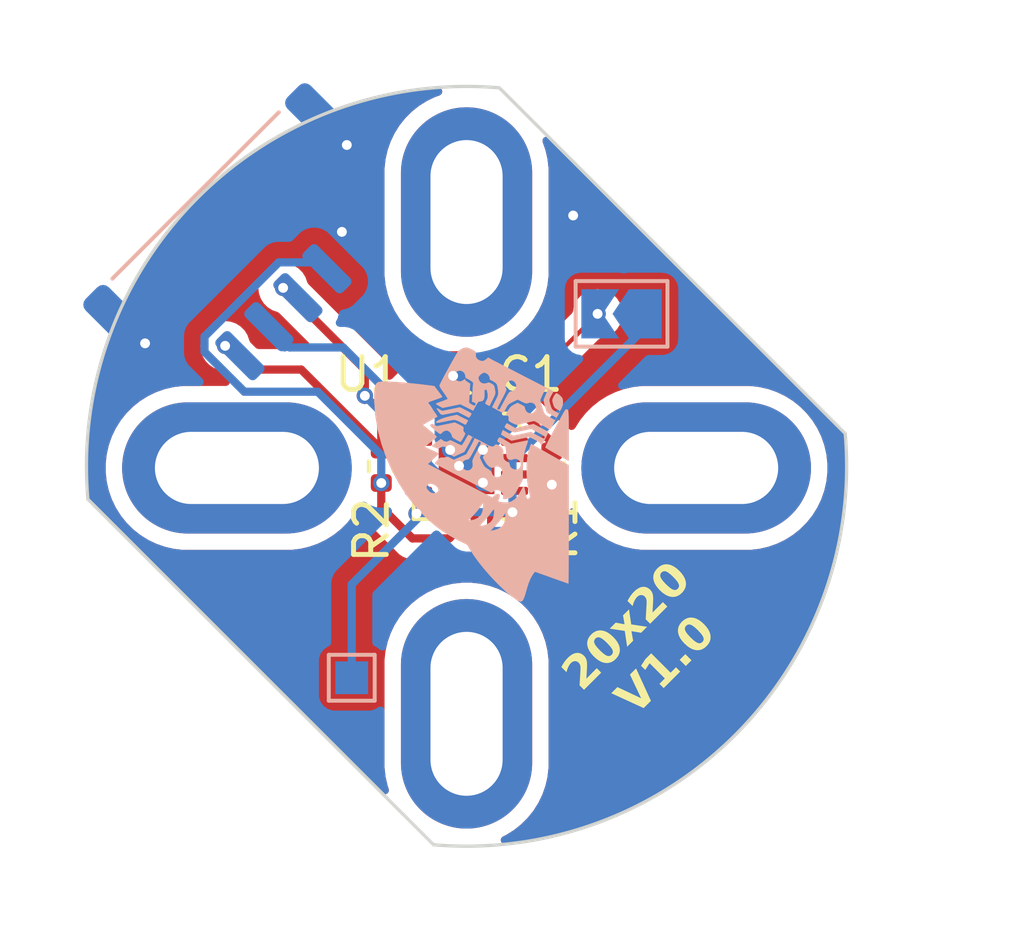
<source format=kicad_pcb>
(kicad_pcb (version 20240108) (generator "pcbnew") (generator_version "8.0")
  (layers (0 "F.Cu" signal) (31 "B.Cu" signal) (34 "B.Paste" user) (35 "F.Paste" user) (36 "B.SilkS" user "B.Silkscreen") (37 "F.SilkS" user "F.Silkscreen") (38 "B.Mask" user) (39 "F.Mask" user) (44 "Edge.Cuts" user))
  (net 0 "")
  (net 1 "/SCL{slash}CLK")
  (net 2 "GND")
  (net 3 "/SDA{slash}DO")
  (net 4 "/VDD{slash}CSN")
  (net 8 "+5V")
  (net 14 "Net-(U1-PUSH)")
  (footprint "Sharkbite:18XX-20XX Motor" (layer "F.Cu") (at 150 150.05)
    (property "Reference" "REF**" (hide yes))
    (property "Value" "18XX-20XX Motor" (hide yes))
    (pad "1" thru_hole oval (at -7 0 90) (size 4 7) (drill oval 2.2 5) (layers "*.Cu" "*.Mask"))
    (pad "1" thru_hole oval (at 0 -7.5 180) (size 4 7) (drill oval 2.2 5) (layers "*.Cu" "*.Mask"))
    (pad "1" thru_hole oval (at 0 7.5 180) (size 4 7) (drill oval 2.2 5) (layers "*.Cu" "*.Mask"))
    (pad "1" thru_hole oval (at 7 0 90) (size 4 7) (drill oval 2.2 5) (layers "*.Cu" "*.Mask"))
  )
  (footprint "Package_DFN_QFN:QFN-16-1EP_3x3mm_P0.5mm_EP1.7x1.7mm" (layer "F.Cu") (at 150 150)
    (property "Reference" "U1" (at -3 -2.8 0) (layer "F.SilkS"))
    (property "Value" "MT6701QT")
    (fp_line (start -1.61 -1.135) (end -1.61 -1.37) (stroke (width 0.12)) (layer "F.SilkS"))
    (fp_line (start -1.61 1.61) (end -1.61 1.135) (stroke (width 0.12)) (layer "F.SilkS"))
    (fp_line (start -1.135 -1.61) (end -1.31 -1.61) (stroke (width 0.12)) (layer "F.SilkS"))
    (fp_line (start -1.135 1.61) (end -1.61 1.61) (stroke (width 0.12)) (layer "F.SilkS"))
    (fp_line (start 1.135 -1.61) (end 1.61 -1.61) (stroke (width 0.12)) (layer "F.SilkS"))
    (fp_line (start 1.135 1.61) (end 1.61 1.61) (stroke (width 0.12)) (layer "F.SilkS"))
    (fp_line (start 1.61 -1.61) (end 1.61 -1.135) (stroke (width 0.12)) (layer "F.SilkS"))
    (fp_line (start 1.61 1.61) (end 1.61 1.135) (stroke (width 0.12)) (layer "F.SilkS"))
    (fp_poly (pts (xy -1.61 -1.61) (xy -1.85 -1.94) (xy -1.37 -1.94) (xy -1.61 -1.61)) (stroke (width 0.12)) (fill solid) (layer "F.SilkS"))
    (pad "1" smd roundrect (at -1.4625 -0.75) (size 0.825 0.25) (layers "F.Cu" "F.Paste" "F.Mask"))
    (pad "2" smd roundrect (at -1.4625 -0.25) (size 0.825 0.25) (layers "F.Cu" "F.Paste" "F.Mask"))
    (pad "3" smd roundrect (at -1.4625 0.25) (size 0.825 0.25) (layers "F.Cu" "F.Paste" "F.Mask"))
    (pad "4" smd roundrect (at -1.4625 0.75) (size 0.825 0.25) (layers "F.Cu" "F.Paste" "F.Mask"))
    (pad "5" smd roundrect (at -0.75 1.4625) (size 0.25 0.825) (layers "F.Cu" "F.Paste" "F.Mask") (net 14 "Net-(U1-PUSH)"))
    (pad "6" smd roundrect (at -0.25 1.4625) (size 0.25 0.825) (layers "F.Cu" "F.Paste" "F.Mask") (net 3 "/SDA{slash}DO"))
    (pad "7" smd roundrect (at 0.25 1.4625) (size 0.25 0.825) (layers "F.Cu" "F.Paste" "F.Mask") (net 1 "/SCL{slash}CLK"))
    (pad "8" smd roundrect (at 0.75 1.4625) (size 0.25 0.825) (layers "F.Cu" "F.Paste" "F.Mask") (net 4 "/VDD{slash}CSN"))
    (pad "9" smd roundrect (at 1.4625 0.75) (size 0.825 0.25) (layers "F.Cu" "F.Paste" "F.Mask"))
    (pad "10" smd roundrect (at 1.4625 0.25) (size 0.825 0.25) (layers "F.Cu" "F.Paste" "F.Mask"))
    (pad "11" smd roundrect (at 1.4625 -0.25) (size 0.825 0.25) (layers "F.Cu" "F.Paste" "F.Mask"))
    (pad "12" smd roundrect (at 1.4625 -0.75) (size 0.825 0.25) (layers "F.Cu" "F.Paste" "F.Mask"))
    (pad "13" smd roundrect (at 0.75 -1.4625) (size 0.25 0.825) (layers "F.Cu" "F.Paste" "F.Mask") (net 8 "+5V"))
    (pad "14" smd roundrect (at 0.25 -1.4625) (size 0.25 0.825) (layers "F.Cu" "F.Paste" "F.Mask") (net 8 "+5V"))
    (pad "15" smd roundrect (at -0.25 -1.4625) (size 0.25 0.825) (layers "F.Cu" "F.Paste" "F.Mask"))
    (pad "16" smd roundrect (at -0.75 -1.4625) (size 0.25 0.825) (layers "F.Cu" "F.Paste" "F.Mask") (net 2 "GND"))
    (pad "17" smd rect (at 0 0) (size 1.7 1.7) (property pad_prop_heatsink) (layers "F.Cu" "F.Mask") (net 2 "GND"))
  )
  (footprint "Resistor_SMD:R_0402_1005Metric" (layer "F.Cu") (at 147.4 150 -90)
    (property "Reference" "R2" (at 1.95 0.3 90) (layer "F.SilkS"))
    (property "Value" "5K")
    (fp_line (start -0.153641 0.38) (end 0.153641 0.38) (stroke (width 0.12)) (layer "F.SilkS"))
    (fp_line (start -0.153641 -0.38) (end 0.153641 -0.38) (stroke (width 0.12)) (layer "F.SilkS"))
    (pad "1" smd roundrect (at -0.51 0 270) (size 0.54 0.64) (layers "F.Cu" "F.Paste" "F.Mask") (net 8 "+5V"))
    (pad "2" smd roundrect (at 0.51 0 270) (size 0.54 0.64) (layers "F.Cu" "F.Paste" "F.Mask") (net 3 "/SDA{slash}DO"))
  )
  (footprint "Resistor_SMD:R_0402_1005Metric" (layer "F.Cu") (at 152.6 150.05 -90)
    (property "Reference" "R1" (at 1.85 -0.25 90) (layer "F.SilkS"))
    (property "Value" "5K")
    (fp_line (start -0.153641 0.38) (end 0.153641 0.38) (stroke (width 0.12)) (layer "F.SilkS"))
    (fp_line (start -0.153641 -0.38) (end 0.153641 -0.38) (stroke (width 0.12)) (layer "F.SilkS"))
    (pad "1" smd roundrect (at -0.51 0 270) (size 0.54 0.64) (layers "F.Cu" "F.Paste" "F.Mask") (net 8 "+5V"))
    (pad "2" smd roundrect (at 0.51 0 270) (size 0.54 0.64) (layers "F.Cu" "F.Paste" "F.Mask") (net 1 "/SCL{slash}CLK"))
  )
  (footprint "Capacitor_SMD:C_0402_1005Metric" (layer "F.Cu") (at 150 147.4 180)
    (property "Reference" "C1" (at -1.95 0.2 180) (layer "F.SilkS"))
    (property "Value" "100nF")
    (fp_line (start -0.107836 0.36) (end 0.107836 0.36) (stroke (width 0.12)) (layer "F.SilkS"))
    (fp_line (start -0.107836 -0.36) (end 0.107836 -0.36) (stroke (width 0.12)) (layer "F.SilkS"))
    (pad "1" smd roundrect (at -0.48 0 180) (size 0.56 0.62) (layers "F.Cu" "F.Paste" "F.Mask") (net 8 "+5V"))
    (pad "2" smd roundrect (at 0.48 0 180) (size 0.56 0.62) (layers "F.Cu" "F.Paste" "F.Mask") (net 2 "GND"))
  )
  (footprint "Sharkbite:Logo1 8x8" (layer "B.Cu") (at 149.344191 150.209794 -90)
    (property "Reference" "G***" (hide yes))
    (property "Value" "LOGO" (hide yes))
    (fp_poly (pts (xy -1.0795 -0.85725) (xy -1.090084 -0.867833) (xy -1.100667 -0.85725) (xy -1.090084 -0.846666) (xy -1.0795 -0.85725)) (stroke (width 0.01)) (fill solid) (layer "B.SilkS"))
    (fp_poly (pts (xy -1.27 -3.164416) (xy -1.280584 -3.175) (xy -1.291167 -3.164416) (xy -1.280584 -3.153833) (xy -1.27 -3.164416)) (stroke (width 0.01)) (fill solid) (layer "B.SilkS"))
    (fp_poly (pts (xy -1.651 -3.376083) (xy -1.661584 -3.386666) (xy -1.672167 -3.376083) (xy -1.661584 -3.3655) (xy -1.651 -3.376083)) (stroke (width 0.01)) (fill solid) (layer "B.SilkS"))
    (fp_poly (pts (xy -1.8415 -3.481916) (xy -1.852084 -3.4925) (xy -1.862667 -3.481916) (xy -1.852084 -3.471333) (xy -1.8415 -3.481916)) (stroke (width 0.01)) (fill solid) (layer "B.SilkS"))
    (fp_poly (pts (xy -1.95483 0.242609) (xy -1.90923 0.213264) (xy -1.869733 0.185702) (xy -1.813896 0.141808) (xy -1.787649 0.10804) (xy -1.783653 0.073824) (xy -1.785265 0.063993) (xy -1.793878 0.019954) (xy -1.808007 -0.053107) (xy -1.825226 -0.14263) (xy -1.833832 -0.187524) (xy -1.871763 -0.385632) (xy -1.694113 -0.73025) (xy -1.741349 -0.766821) (xy -1.783287 -0.793948) (xy -1.810325 -0.803862) (xy -1.828613 -0.78632) (xy -1.85961 -0.738878) (xy -1.898075 -0.669975) (xy -1.919366 -0.628307) (xy -2.006666 -0.452282) (xy -1.950674 -0.182759) (xy -1.894682 0.086763) (xy -1.942806 0.170382) (xy -1.968659 0.219691) (xy -1.979534 0.249726) (xy -1.977884 0.254) (xy -1.95483 0.242609)) (stroke (width 0.01)) (fill solid) (layer "B.SilkS"))
    (fp_poly (pts (xy -2.186834 -3.277628) (xy -2.122877 -3.294685) (xy -2.110864 -3.29823) (xy -2.039703 -3.322493) (xy -1.996598 -3.34891) (xy -1.968009 -3.387489) (xy -1.955576 -3.413024) (xy -1.928011 -3.462957) (xy -1.902666 -3.491186) (xy -1.896494 -3.493456) (xy -1.899756 -3.502653) (xy -1.932929 -3.525282) (xy -1.9685 -3.545416) (xy -2.071145 -3.58381) (xy -2.177717 -3.595878) (xy -2.271799 -3.579897) (xy -2.277144 -3.577825) (xy -2.321042 -3.548841) (xy -2.369352 -3.501442) (xy -2.410483 -3.449051) (xy -2.432847 -3.40509) (xy -2.434167 -3.395982) (xy -2.416689 -3.370507) (xy -2.371786 -3.336947) (xy -2.33224 -3.314562) (xy -2.273428 -3.286233) (xy -2.230989 -3.274366) (xy -2.186834 -3.277628)) (stroke (width 0.01)) (fill solid) (layer "B.SilkS"))
    (fp_poly (pts (xy -1.537372 0.258512) (xy -1.537364 0.232004) (xy -1.545521 0.173343) (xy -1.560384 0.091603) (xy -1.577481 0.009459) (xy -1.598333 -0.090574) (xy -1.615192 -0.180891) (xy -1.626053 -0.250157) (xy -1.629072 -0.28231) (xy -1.619254 -0.330878) (xy -1.59279 -0.400278) (xy -1.55575 -0.474844) (xy -1.519344 -0.541672) (xy -1.492909 -0.593493) (xy -1.481742 -0.61988) (xy -1.481667 -0.620615) (xy -1.498467 -0.638313) (xy -1.539445 -0.663743) (xy -1.544763 -0.66654) (xy -1.607858 -0.699168) (xy -1.69291 -0.530009) (xy -1.777962 -0.360849) (xy -1.732854 -0.153966) (xy -1.703147 -0.035503) (xy -1.669256 0.070841) (xy -1.633773 0.159602) (xy -1.599287 0.225314) (xy -1.568388 0.262512) (xy -1.543667 0.265731) (xy -1.537372 0.258512)) (stroke (width 0.01)) (fill solid) (layer "B.SilkS"))
    (fp_poly (pts (xy -0.782676 -3.061811) (xy -0.764031 -3.088724) (xy -0.728505 -3.146722) (xy -0.679592 -3.22978) (xy -0.620786 -3.331876) (xy -0.555581 -3.446985) (xy -0.487471 -3.569083) (xy -0.468399 -3.603625) (xy -0.378035 -3.767666) (xy -1.150675 -3.767666) (xy -1.351707 -3.767621) (xy -1.514527 -3.76733) (xy -1.643254 -3.766556) (xy -1.742009 -3.765065) (xy -1.814914 -3.762621) (xy -1.866087 -3.758988) (xy -1.89965 -3.75393) (xy -1.919724 -3.747213) (xy -1.930428 -3.738601) (xy -1.935883 -3.727859) (xy -1.937589 -3.72269) (xy -1.942838 -3.709587) (xy -1.946605 -3.698878) (xy -1.94528 -3.688239) (xy -1.935249 -3.675342) (xy -1.9129 -3.657861) (xy -1.874623 -3.63347) (xy -1.816804 -3.599842) (xy -1.735832 -3.554651) (xy -1.628094 -3.495571) (xy -1.489979 -3.420275) (xy -1.347206 -3.342444) (xy -1.208185 -3.267485) (xy -1.081008 -3.200621) (xy -0.970421 -3.144214) (xy -0.881169 -3.100621) (xy -0.817997 -3.072201) (xy -0.785651 -3.061314) (xy -0.782676 -3.061811)) (stroke (width 0.01)) (fill solid) (layer "B.SilkS"))
    (fp_poly (pts (xy -1.442055 0.443461) (xy -1.413395 0.420465) (xy -1.370148 0.372951) (xy -1.313236 0.304662) (xy -1.252846 0.230373) (xy -1.216148 0.181424) (xy -1.199799 0.150576) (xy -1.200454 0.130595) (xy -1.214771 0.114242) (xy -1.222386 0.108039) (xy -1.279871 0.042197) (xy -1.303476 -0.031956) (xy -1.299884 -0.073983) (xy -1.268314 -0.132794) (xy -1.213849 -0.182559) (xy -1.152529 -0.209891) (xy -1.134854 -0.211716) (xy -1.101196 -0.224312) (xy -1.064958 -0.266013) (xy -1.026584 -0.331649) (xy -0.992716 -0.396104) (xy -0.967349 -0.44534) (xy -0.956747 -0.467027) (xy -0.970746 -0.482751) (xy -1.011063 -0.510901) (xy -1.066251 -0.544777) (xy -1.12486 -0.577682) (xy -1.175441 -0.602917) (xy -1.206545 -0.613783) (xy -1.207668 -0.613833) (xy -1.231742 -0.599475) (xy -1.250176 -0.580465) (xy -1.292225 -0.55701) (xy -1.343427 -0.559396) (xy -1.378397 -0.563623) (xy -1.403847 -0.555427) (xy -1.427734 -0.52735) (xy -1.45802 -0.471932) (xy -1.476587 -0.434604) (xy -1.54419 -0.297512) (xy -1.430288 0.249582) (xy -1.471277 0.325694) (xy -1.495911 0.376448) (xy -1.499316 0.406574) (xy -1.482648 0.431374) (xy -1.479505 0.434567) (xy -1.4621 0.446606) (xy -1.442055 0.443461)) (stroke (width 0.01)) (fill solid) (layer "B.SilkS"))
    (fp_poly (pts (xy -0.822116 0.384649) (xy -0.800282 0.339802) (xy -0.78388 0.303599) (xy -0.759182 0.242201) (xy -0.753028 0.204887) (xy -0.764008 0.178406) (xy -0.769803 0.171307) (xy -0.810809 0.097507) (xy -0.810139 0.019233) (xy -0.795624 -0.017543) (xy -0.752617 -0.075682) (xy -0.693808 -0.101997) (xy -0.644283 -0.105833) (xy -0.603208 -0.118026) (xy -0.567155 -0.16006) (xy -0.550843 -0.189501) (xy -0.508159 -0.273169) (xy -0.579364 -0.429417) (xy -0.650568 -0.585665) (xy -0.865258 -0.705582) (xy -0.95136 -0.752877) (xy -1.02418 -0.79138) (xy -1.075701 -0.816951) (xy -1.097493 -0.8255) (xy -1.11807 -0.808405) (xy -1.139603 -0.771587) (xy -1.157511 -0.729848) (xy -1.164167 -0.71) (xy -1.146953 -0.697087) (xy -1.10101 -0.669221) (xy -1.034891 -0.631508) (xy -1.005417 -0.615199) (xy -0.933409 -0.572924) (xy -0.87845 -0.535416) (xy -0.849222 -0.508814) (xy -0.846667 -0.502919) (xy -0.855931 -0.473594) (xy -0.880605 -0.417419) (xy -0.91601 -0.344804) (xy -0.929641 -0.318257) (xy -0.969695 -0.238961) (xy -0.991439 -0.187191) (xy -0.997345 -0.153587) (xy -0.989879 -0.128792) (xy -0.982558 -0.117662) (xy -0.954685 -0.047965) (xy -0.968277 0.025965) (xy -0.996449 0.071329) (xy -1.040397 0.1272) (xy -0.93945 0.264684) (xy -0.891996 0.328451) (xy -0.855031 0.376504) (xy -0.834825 0.400747) (xy -0.832992 0.402167) (xy -0.822116 0.384649)) (stroke (width 0.01)) (fill solid) (layer "B.SilkS"))
    (fp_poly (pts (xy -1.177223 -1.716942) (xy -1.164089 -1.737741) (xy -1.135074 -1.785931) (xy -1.09567 -1.852362) (xy -1.082029 -1.875527) (xy -0.99359 -2.025972) (xy -1.04702 -2.277694) (xy -1.067813 -2.378346) (xy -1.084846 -2.465908) (xy -1.09635 -2.530932) (xy -1.100558 -2.563858) (xy -1.09076 -2.596984) (xy -1.06448 -2.656185) (xy -1.026552 -2.730957) (xy -1.008053 -2.764941) (xy -0.959009 -2.848821) (xy -0.922593 -2.899457) (xy -0.894279 -2.92231) (xy -0.875761 -2.924522) (xy -0.851134 -2.923791) (xy -0.857925 -2.936583) (xy -0.897906 -2.964153) (xy -0.972845 -3.007758) (xy -1.060862 -3.055952) (xy -1.150087 -3.102212) (xy -1.209656 -3.128099) (xy -1.245744 -3.135788) (xy -1.26442 -3.127582) (xy -1.282634 -3.098569) (xy -1.315283 -3.041096) (xy -1.357281 -2.964265) (xy -1.391636 -2.899833) (xy -1.497738 -2.69875) (xy -1.433857 -2.421558) (xy -1.369977 -2.144366) (xy -1.446019 -2.01462) (xy -1.522061 -1.884875) (xy -1.475988 -1.852604) (xy -1.433639 -1.82831) (xy -1.408166 -1.820584) (xy -1.386664 -1.838313) (xy -1.354811 -1.883541) (xy -1.318856 -1.944827) (xy -1.28505 -2.010726) (xy -1.25964 -2.069797) (xy -1.248878 -2.110596) (xy -1.248834 -2.112324) (xy -1.253347 -2.148798) (xy -1.265583 -2.216318) (xy -1.283587 -2.304717) (xy -1.301982 -2.388752) (xy -1.35513 -2.624194) (xy -1.235746 -2.845151) (xy -1.184273 -2.938936) (xy -1.147688 -3.000429) (xy -1.121632 -3.035047) (xy -1.101749 -3.048202) (xy -1.083679 -3.04531) (xy -1.077452 -3.041808) (xy -1.061585 -3.028603) (xy -1.056693 -3.009853) (xy -1.065025 -2.978253) (xy -1.088827 -2.926497) (xy -1.130348 -2.847279) (xy -1.146599 -2.81706) (xy -1.254657 -2.616612) (xy -1.196538 -2.34865) (xy -1.138418 -2.080688) (xy -1.225787 -1.921498) (xy -1.313155 -1.762309) (xy -1.248566 -1.735555) (xy -1.202869 -1.719558) (xy -1.177958 -1.716382) (xy -1.177223 -1.716942)) (stroke (width 0.01)) (fill solid) (layer "B.SilkS"))
    (fp_poly (pts (xy -0.275953 0.277369) (xy -0.245179 0.218973) (xy -0.200315 0.132998) (xy -0.14372 0.024024) (xy -0.077751 -0.103368) (xy -0.004766 -0.244598) (xy 0.072877 -0.395084) (xy 0.152818 -0.550246) (xy 0.232702 -0.705504) (xy 0.310168 -0.856276) (xy 0.38286 -0.997982) (xy 0.448419 -1.126042) (xy 0.504487 -1.235874) (xy 0.548706 -1.322899) (xy 0.578718 -1.382535) (xy 0.592164 -1.410202) (xy 0.592666 -1.411558) (xy 0.580913 -1.433752) (xy 0.552415 -1.473231) (xy 0.550333 -1.47589) (xy 0.513317 -1.552656) (xy 0.517604 -1.633188) (xy 0.562798 -1.712875) (xy 0.610992 -1.758401) (xy 0.664949 -1.776179) (xy 0.703074 -1.778) (xy 0.788552 -1.778) (xy 0.778643 -1.881129) (xy 0.766595 -1.952626) (xy 0.741974 -2.012723) (xy 0.69925 -2.067218) (xy 0.632893 -2.121914) (xy 0.537373 -2.182609) (xy 0.438101 -2.238375) (xy 0.195021 -2.370666) (xy -0.104466 -2.370666) (xy -0.319958 -2.376523) (xy -0.506095 -2.395279) (xy -0.674367 -2.428714) (xy -0.836266 -2.478606) (xy -0.861222 -2.487811) (xy -0.940942 -2.514557) (xy -0.984742 -2.521111) (xy -0.994724 -2.512593) (xy -0.990483 -2.482639) (xy -0.979054 -2.420719) (xy -0.962245 -2.336233) (xy -0.944343 -2.250255) (xy -0.894071 -2.013426) (xy -0.965651 -1.894599) (xy -1.023649 -1.797819) (xy -1.06165 -1.730689) (xy -1.081381 -1.686525) (xy -1.084569 -1.658643) (xy -1.072943 -1.64036) (xy -1.048229 -1.624991) (xy -1.036856 -1.619088) (xy -0.993061 -1.599138) (xy -0.967713 -1.603798) (xy -0.943708 -1.638743) (xy -0.936107 -1.652523) (xy -0.884457 -1.743094) (xy -0.844204 -1.802123) (xy -0.80883 -1.836424) (xy -0.771818 -1.852809) (xy -0.740158 -1.857362) (xy -0.623797 -1.866471) (xy -0.542391 -1.875632) (xy -0.488616 -1.887) (xy -0.455145 -1.902731) (xy -0.434654 -1.92498) (xy -0.421802 -1.95103) (xy -0.406053 -2.006966) (xy -0.416024 -2.048945) (xy -0.41976 -2.055309) (xy -0.441498 -2.125982) (xy -0.429617 -2.200309) (xy -0.389576 -2.265666) (xy -0.326837 -2.309431) (xy -0.307069 -2.31582) (xy -0.246609 -2.315055) (xy -0.182427 -2.291838) (xy -0.132826 -2.254313) (xy -0.118982 -2.232135) (xy -0.106183 -2.153028) (xy -0.122911 -2.076699) (xy -0.163318 -2.013914) (xy -0.221557 -1.975439) (xy -0.262195 -1.9685) (xy -0.310931 -1.952952) (xy -0.32753 -1.927912) (xy -0.34974 -1.88237) (xy -0.383409 -1.832662) (xy -0.416279 -1.79946) (xy -0.456891 -1.7831) (xy -0.520773 -1.778113) (xy -0.538641 -1.778) (xy -0.640993 -1.775466) (xy -0.711578 -1.764812) (xy -0.760815 -1.741455) (xy -0.799124 -1.700811) (xy -0.830713 -1.649542) (xy -0.862936 -1.590082) (xy -0.875659 -1.556181) (xy -0.870252 -1.536569) (xy -0.848086 -1.519975) (xy -0.846588 -1.519038) (xy -0.810961 -1.474798) (xy -0.810904 -1.408517) (xy -0.846432 -1.319791) (xy -0.854267 -1.305519) (xy -0.873734 -1.270452) (xy -0.853279 -1.270452) (xy -0.846792 -1.290919) (xy -0.846133 -1.292163) (xy -0.833595 -1.311183) (xy -0.816615 -1.318273) (xy -0.787076 -1.311479) (xy -0.736862 -1.288848) (xy -0.657857 -1.248424) (xy -0.652135 -1.245448) (xy -0.480832 -1.156327) (xy -0.362328 -1.218455) (xy -0.27406 -1.276023) (xy -0.209634 -1.3408) (xy -0.17346 -1.406158) (xy -0.169945 -1.465471) (xy -0.181479 -1.49032) (xy -0.210619 -1.561099) (xy -0.205113 -1.629366) (xy -0.172471 -1.688737) (xy -0.120205 -1.732832) (xy -0.055823 -1.755269) (xy 0.013163 -1.749666) (xy 0.07801 -1.71081) (xy 0.11944 -1.646521) (xy 0.128515 -1.571785) (xy 0.10563 -1.501067) (xy 0.071228 -1.462036) (xy 0.021427 -1.431395) (xy -0.021563 -1.418178) (xy -0.022468 -1.418166) (xy -0.056753 -1.399138) (xy -0.10002 -1.345787) (xy -0.12436 -1.306365) (xy -0.164416 -1.243437) (xy -0.206793 -1.198363) (xy -0.264722 -1.159628) (xy -0.333648 -1.124261) (xy -0.47897 -1.053959) (xy -0.673899 -1.151858) (xy -0.761363 -1.196643) (xy -0.816474 -1.228128) (xy -0.845143 -1.251126) (xy -0.853279 -1.270452) (xy -0.873734 -1.270452) (xy -0.936149 -1.158022) (xy -0.997269 -1.042434) (xy -1.00487 -1.026673) (xy -0.968874 -1.026673) (xy -0.968742 -1.048057) (xy -0.952863 -1.079787) (xy -0.932904 -1.09995) (xy -0.929475 -1.100666) (xy -0.904981 -1.091285) (xy -0.850434 -1.065528) (xy -0.773117 -1.026976) (xy -0.680312 -0.97921) (xy -0.647064 -0.961791) (xy -0.540801 -0.906536) (xy -0.464197 -0.869061) (xy -0.409826 -0.846734) (xy -0.37026 -0.83692) (xy -0.338074 -0.836988) (xy -0.311326 -0.842748) (xy -0.226551 -0.849341) (xy -0.156458 -0.824593) (xy -0.105923 -0.77667) (xy -0.07982 -0.713737) (xy -0.083023 -0.64396) (xy -0.120407 -0.575505) (xy -0.139927 -0.555625) (xy -0.208534 -0.517626) (xy -0.280496 -0.515234) (xy -0.346362 -0.543705) (xy -0.396682 -0.598295) (xy -0.422007 -0.674259) (xy -0.423334 -0.697899) (xy -0.43456 -0.720761) (xy -0.470849 -0.751723) (xy -0.536112 -0.793423) (xy -0.634265 -0.848502) (xy -0.693209 -0.879939) (xy -0.789509 -0.930807) (xy -0.871453 -0.974264) (xy -0.932245 -1.006692) (xy -0.965087 -1.024473) (xy -0.968874 -1.026673) (xy -1.00487 -1.026673) (xy -1.037151 -0.959738) (xy -1.055319 -0.910915) (xy -1.052224 -0.896779) (xy -1.024646 -0.888147) (xy -0.968372 -0.862567) (xy -0.891537 -0.823966) (xy -0.802274 -0.77627) (xy -0.800243 -0.775154) (xy -0.573903 -0.650725) (xy -0.48924 -0.458305) (xy -0.404576 -0.265886) (xy -0.458332 -0.167119) (xy -0.48921 -0.104705) (xy -0.49915 -0.063401) (xy -0.490876 -0.029211) (xy -0.486749 -0.021007) (xy -0.471462 0.036133) (xy -0.472943 0.084003) (xy -0.474121 0.122869) (xy -0.456398 0.161353) (xy -0.413599 0.210839) (xy -0.392878 0.231564) (xy -0.343323 0.275936) (xy -0.305909 0.301561) (xy -0.29028 0.303606) (xy -0.275953 0.277369)) (stroke (width 0.01)) (fill solid) (layer "B.SilkS"))
    (fp_poly (pts (xy -2.160487 2.153305) (xy -1.743444 2.120189) (xy -1.322389 2.048034) (xy -0.902537 1.939052) (xy -0.489102 1.795458) (xy -0.087299 1.619465) (xy 0.297656 1.413284) (xy 0.660549 1.179131) (xy 0.996164 0.919217) (xy 1.214085 0.721177) (xy 1.453545 0.472914) (xy 1.659233 0.225392) (xy 1.838369 -0.031224) (xy 1.998172 -0.306769) (xy 2.064835 -0.437793) (xy 2.180728 -0.674503) (xy 2.344489 -0.773301) (xy 2.519363 -0.886811) (xy 2.703391 -1.020697) (xy 2.891471 -1.170134) (xy 3.0785 -1.330297) (xy 3.259374 -1.496362) (xy 3.428993 -1.663503) (xy 3.582252 -1.826897) (xy 3.71405 -1.981719) (xy 3.819284 -2.123143) (xy 3.883775 -2.228728) (xy 3.905434 -2.276259) (xy 3.91158 -2.315117) (xy 3.898188 -2.348163) (xy 3.861233 -2.378259) (xy 3.796691 -2.408264) (xy 3.700535 -2.441039) (xy 3.56874 -2.479445) (xy 3.50697 -2.496524) (xy 3.348401 -2.547195) (xy 3.208341 -2.606079) (xy 3.096707 -2.668775) (xy 3.06258 -2.693659) (xy 3.003077 -2.741279) (xy 3.184288 -3.24732) (xy 3.233518 -3.385068) (xy 3.277664 -3.509107) (xy 3.314822 -3.614047) (xy 3.343089 -3.694496) (xy 3.360559 -3.745061) (xy 3.3655 -3.760514) (xy 3.344844 -3.76159) (xy 3.284925 -3.76261) (xy 3.188811 -3.763563) (xy 3.059571 -3.764437) (xy 2.900275 -3.76522) (xy 2.713991 -3.765901) (xy 2.503789 -3.766467) (xy 2.272738 -3.766908) (xy 2.023907 -3.767211) (xy 1.760365 -3.767365) (xy 1.561041 -3.767377) (xy -0.243417 -3.767088) (xy -0.497417 -3.318685) (xy -0.572759 -3.185713) (xy -0.645294 -3.057756) (xy -0.711061 -2.941797) (xy -0.766098 -2.844822) (xy -0.806443 -2.773813) (xy -0.821071 -2.748119) (xy -0.890726 -2.625955) (xy -0.817642 -2.595419) (xy -0.661845 -2.545442) (xy -0.47538 -2.510609) (xy -0.267237 -2.491254) (xy -0.046406 -2.487712) (xy 0.178123 -2.500317) (xy 0.397359 -2.529405) (xy 0.486833 -2.546862) (xy 0.73025 -2.599414) (xy 0.768464 -2.55533) (xy 0.787673 -2.529476) (xy 0.789912 -2.509832) (xy 0.769911 -2.493504) (xy 0.722398 -2.477603) (xy 0.642103 -2.459237) (xy 0.564805 -2.44361) (xy 0.4751 -2.425301) (xy 0.424187 -2.410265) (xy 0.411754 -2.39345) (xy 0.437487 -2.369803) (xy 0.501073 -2.334273) (xy 0.556251 -2.305672) (xy 0.701087 -2.216696) (xy 0.80546 -2.119292) (xy 0.870822 -2.010972) (xy 0.898623 -1.889251) (xy 0.895741 -1.8415) (xy 1.201675 -1.8415) (xy 1.326602 -1.8415) (xy 1.448856 -1.829173) (xy 1.545973 -1.793875) (xy 1.634505 -1.725932) (xy 1.700472 -1.624327) (xy 1.741807 -1.49244) (xy 1.746403 -1.466187) (xy 1.76042 -1.376625) (xy 1.615751 -1.520027) (xy 1.532871 -1.597039) (xy 1.440879 -1.674565) (xy 1.356404 -1.738769) (xy 1.336379 -1.752464) (xy 1.201675 -1.8415) (xy 0.895741 -1.8415) (xy 0.890316 -1.751642) (xy 0.887719 -1.737743) (xy 0.862789 -1.611027) (xy 0.780687 -1.643878) (xy 0.721639 -1.661867) (xy 0.675308 -1.666357) (xy 0.666792 -1.664528) (xy 0.639286 -1.634934) (xy 0.637314 -1.586438) (xy 0.658973 -1.532376) (xy 0.690981 -1.494983) (xy 0.699473 -1.487678) (xy 1.100666 -1.487678) (xy 1.119284 -1.498191) (xy 1.167335 -1.500089) (xy 1.233112 -1.494749) (xy 1.304912 -1.483546) (xy 1.371027 -1.467854) (xy 1.417028 -1.450505) (xy 1.498038 -1.38568) (xy 1.559629 -1.287862) (xy 1.584979 -1.217083) (xy 1.605867 -1.133137) (xy 1.610034 -1.085748) (xy 1.59496 -1.073898) (xy 1.558123 -1.096566) (xy 1.497004 -1.152733) (xy 1.476375 -1.173146) (xy 1.397276 -1.246996) (xy 1.310125 -1.320498) (xy 1.232041 -1.379316) (xy 1.222375 -1.38585) (xy 1.161514 -1.429034) (xy 1.11787 -1.465454) (xy 1.100677 -1.487385) (xy 1.100666 -1.487678) (xy 0.699473 -1.487678) (xy 0.746962 -1.44683) (xy 0.597283 -1.15658) (xy 0.910166 -1.15658) (xy 0.928968 -1.163374) (xy 0.976859 -1.164632) (xy 1.041062 -1.161111) (xy 1.108805 -1.153572) (xy 1.167313 -1.142774) (xy 1.17475 -1.140853) (xy 1.243208 -1.114229) (xy 1.302266 -1.078536) (xy 1.309833 -1.072179) (xy 1.367471 -0.999793) (xy 1.412986 -0.905978) (xy 1.437153 -0.811262) (xy 1.438868 -0.784985) (xy 1.439333 -0.712721) (xy 1.296458 -0.850307) (xy 1.21537 -0.924105) (xy 1.127466 -0.997375) (xy 1.048793 -1.056886) (xy 1.031875 -1.068443) (xy 0.971306 -1.109542) (xy 0.927718 -1.14105) (xy 0.910196 -1.15639) (xy 0.910166 -1.15658) (xy 0.597283 -1.15658) (xy 0.360257 -0.696956) (xy 0.26948 -0.521076) (xy 0.179622 -0.347255) (xy 0.093724 -0.181355) (xy 0.014825 -0.029233) (xy -0.054036 0.10325) (xy -0.10982 0.210234) (xy -0.149487 0.28586) (xy -0.151639 0.289936) (xy -0.236029 0.44971) (xy 0.3175 0.44971) (xy 0.332245 0.373347) (xy 0.369935 0.29644) (xy 0.420748 0.23693) (xy 0.441991 0.222316) (xy 0.496219 0.197011) (xy 0.532822 0.196136) (xy 0.569038 0.220109) (xy 0.575124 0.225531) (xy 0.60617 0.280718) (xy 0.613833 0.344064) (xy 0.606279 0.407253) (xy 0.577634 0.460033) (xy 0.541866 0.499534) (xy 0.491683 0.542322) (xy 0.447182 0.568097) (xy 0.432408 0.5715) (xy 0.377694 0.552876) (xy 0.334665 0.507023) (xy 0.3175 0.44971) (xy -0.236029 0.44971) (xy -0.27683 0.526956) (xy -0.427319 0.36402) (xy -0.490964 0.296051) (xy -0.544402 0.240731) (xy -0.58094 0.204886) (xy -0.593117 0.19493) (xy -0.607042 0.210603) (xy -0.633035 0.257807) (xy -0.667158 0.328879) (xy -0.699174 0.401305) (xy -0.737232 0.487239) (xy -0.77051 0.556513) (xy -0.795014 0.601168) (xy -0.805813 0.613834) (xy -0.824182 0.597848) (xy -0.861423 0.554625) (xy -0.91165 0.491265) (xy -0.954957 0.433917) (xy -1.011749 0.359991) (xy -1.060948 0.301011) (xy -1.096396 0.264064) (xy -1.110314 0.255078) (xy -1.131189 0.271173) (xy -1.17231 0.31436) (xy -1.227967 0.378287) (xy -1.29245 0.456604) (xy -1.300572 0.466745) (xy -1.364138 0.545933) (xy -1.417427 0.611525) (xy -1.455332 0.657292) (xy -1.472746 0.677007) (xy -1.47326 0.677334) (xy -1.484672 0.660011) (xy -1.512354 0.612877) (xy -1.552119 0.543182) (xy -1.598555 0.460375) (xy -1.646446 0.374743) (xy -1.686631 0.303656) (xy -1.714787 0.254711) (xy -1.72649 0.235599) (xy -1.745282 0.244257) (xy -1.791237 0.273585) (xy -1.857521 0.319027) (xy -1.937302 0.376025) (xy -1.940272 0.378185) (xy -2.020905 0.434913) (xy -2.08912 0.4792) (xy -2.13788 0.506735) (xy -2.160145 0.513208) (xy -2.160356 0.513003) (xy -2.172543 0.487525) (xy -2.194716 0.431165) (xy -2.223346 0.35316) (xy -2.245192 0.291042) (xy -2.275775 0.205601) (xy -2.302099 0.137584) (xy -2.320816 0.09533) (xy -2.327735 0.085541) (xy -2.348344 0.097948) (xy -2.39445 0.130535) (xy -2.458074 0.177572) (xy -2.497521 0.207434) (xy -2.656124 0.328453) (xy -2.681542 0.529352) (xy -2.714962 0.806704) (xy -2.742659 1.064201) (xy -2.764452 1.298851) (xy -2.780158 1.507664) (xy -2.789595 1.68765) (xy -2.79258 1.835818) (xy -2.788931 1.949177) (xy -2.778465 2.024737) (xy -2.773676 2.04037) (xy -2.74411 2.082946) (xy -2.689628 2.115179) (xy -2.606852 2.137693) (xy -2.492408 2.151109) (xy -2.342918 2.156048) (xy -2.160487 2.153305)) (stroke (width 0.01)) (fill solid) (layer "B.SilkS"))
    (fp_poly (pts (xy -2.101473 0.25828) (xy -2.073174 0.214879) (xy -2.049651 0.174604) (xy -1.993218 0.074084) (xy -2.049249 -0.195542) (xy -2.105281 -0.465169) (xy -2.007993 -0.661078) (xy -1.910706 -0.856988) (xy -2.050728 -0.933013) (xy -2.122756 -0.973719) (xy -2.164768 -1.003924) (xy -2.184718 -1.031845) (xy -2.19056 -1.0657) (xy -2.19075 -1.077672) (xy -2.204826 -1.139511) (xy -2.24903 -1.179557) (xy -2.326326 -1.199384) (xy -2.423584 -1.201379) (xy -2.494279 -1.199722) (xy -2.532513 -1.204392) (xy -2.548013 -1.218212) (xy -2.550584 -1.23825) (xy -2.543622 -1.263914) (xy -2.516456 -1.280904) (xy -2.459663 -1.293996) (xy -2.43187 -1.298416) (xy -2.354759 -1.306605) (xy -2.298035 -1.301133) (xy -2.241214 -1.279363) (xy -2.226338 -1.271957) (xy -2.172388 -1.245537) (xy -2.135861 -1.229694) (xy -2.128637 -1.227666) (xy -2.112612 -1.244414) (xy -2.087998 -1.285288) (xy -2.085116 -1.290781) (xy -2.052479 -1.353895) (xy -2.238031 -1.446901) (xy -2.324 -1.48937) (xy -2.384124 -1.515469) (xy -2.430343 -1.527921) (xy -2.474596 -1.529451) (xy -2.528822 -1.522783) (xy -2.553394 -1.518849) (xy -2.627032 -1.504804) (xy -2.672236 -1.487394) (xy -2.702666 -1.458739) (xy -2.727977 -1.41813) (xy -2.755122 -1.363784) (xy -2.760899 -1.323955) (xy -2.74736 -1.277894) (xy -2.742907 -1.267045) (xy -2.728114 -1.184333) (xy -2.749434 -1.109414) (xy -2.800671 -1.051415) (xy -2.875624 -1.01946) (xy -2.913423 -1.016) (xy -2.956195 -1.033089) (xy -3.004156 -1.0753) (xy -3.045357 -1.129043) (xy -3.067849 -1.18073) (xy -3.069167 -1.193108) (xy -3.050541 -1.26024) (xy -3.003323 -1.319264) (xy -2.940503 -1.356557) (xy -2.907344 -1.362796) (xy -2.862547 -1.370662) (xy -2.843437 -1.386211) (xy -2.843429 -1.38654) (xy -2.832865 -1.415729) (xy -2.806078 -1.4658) (xy -2.788351 -1.495018) (xy -2.755678 -1.541695) (xy -2.721459 -1.572849) (xy -2.675266 -1.593271) (xy -2.606675 -1.607752) (xy -2.517092 -1.619676) (xy -2.46061 -1.624894) (xy -2.413961 -1.622892) (xy -2.365662 -1.610618) (xy -2.304229 -1.585017) (xy -2.218181 -1.543037) (xy -2.206136 -1.536995) (xy -2.013339 -1.440166) (xy -1.924171 -1.601699) (xy -1.880007 -1.682806) (xy -1.857671 -1.737332) (xy -1.860434 -1.775494) (xy -1.891569 -1.807509) (xy -1.954346 -1.843593) (xy -2.010937 -1.872665) (xy -2.06515 -1.905148) (xy -2.106085 -1.944552) (xy -2.143791 -2.002698) (xy -2.177216 -2.068232) (xy -2.248142 -2.214843) (xy -2.181886 -2.346094) (xy -2.146066 -2.422835) (xy -2.130697 -2.473786) (xy -2.133249 -2.508706) (xy -2.137316 -2.517864) (xy -2.158887 -2.597678) (xy -2.144115 -2.676455) (xy -2.106256 -2.730338) (xy -2.038765 -2.771677) (xy -1.970633 -2.77799) (xy -1.908292 -2.75599) (xy -1.858171 -2.712388) (xy -1.826702 -2.653897) (xy -1.820315 -2.587229) (xy -1.845441 -2.519097) (xy -1.872288 -2.486121) (xy -1.923626 -2.450045) (xy -1.976391 -2.434199) (xy -1.978352 -2.434166) (xy -2.013425 -2.427056) (xy -2.043294 -2.399919) (xy -2.076425 -2.344047) (xy -2.087563 -2.321814) (xy -2.142666 -2.209461) (xy -2.08794 -2.101464) (xy -2.043381 -2.028203) (xy -1.988251 -1.973415) (xy -1.914612 -1.92561) (xy -1.796011 -1.857753) (xy -1.763019 -1.904855) (xy -1.72771 -1.938149) (xy -1.678613 -1.943225) (xy -1.663136 -1.941102) (xy -1.62396 -1.937852) (xy -1.596285 -1.949233) (xy -1.569834 -1.983405) (xy -1.538956 -2.039667) (xy -1.507631 -2.104536) (xy -1.4867 -2.157521) (xy -1.481376 -2.180502) (xy -1.485787 -2.212504) (xy -1.498012 -2.276461) (xy -1.516185 -2.363119) (xy -1.538436 -2.463221) (xy -1.538578 -2.463845) (xy -1.596071 -2.715774) (xy -1.491244 -2.914696) (xy -1.444037 -3.00157) (xy -1.400143 -3.077559) (xy -1.365471 -3.132679) (xy -1.350039 -3.153295) (xy -1.33411 -3.173969) (xy -1.334325 -3.191805) (xy -1.356344 -3.212879) (xy -1.405829 -3.243269) (xy -1.464009 -3.275631) (xy -1.614357 -3.35829) (xy -1.687438 -3.21902) (xy -1.728253 -3.145488) (xy -1.7666 -3.083588) (xy -1.794543 -3.046081) (xy -1.795718 -3.044883) (xy -1.830768 -3.024161) (xy -1.895824 -2.997294) (xy -1.979866 -2.968576) (xy -2.029927 -2.953622) (xy -2.228937 -2.897228) (xy -2.406472 -2.976335) (xy -2.498339 -3.02008) (xy -2.552873 -3.053243) (xy -2.573156 -3.077843) (xy -2.572587 -3.085202) (xy -2.562096 -3.123488) (xy -2.561167 -3.13302) (xy -2.543617 -3.133174) (xy -2.496873 -3.117852) (xy -2.42979 -3.09013) (xy -2.403804 -3.078372) (xy -2.327185 -3.044525) (xy -2.263473 -3.019212) (xy -2.223776 -3.006763) (xy -2.218596 -3.00617) (xy -2.186252 -3.012059) (xy -2.125041 -3.027255) (xy -2.046618 -3.048812) (xy -2.023522 -3.055482) (xy -1.856293 -3.10429) (xy -1.775226 -3.251741) (xy -1.694159 -3.399193) (xy -1.817319 -3.471945) (xy -1.877035 -3.362817) (xy -1.914044 -3.300696) (xy -1.949566 -3.262547) (xy -1.998439 -3.236595) (xy -2.06375 -3.214656) (xy -2.151328 -3.189436) (xy -2.213686 -3.179161) (xy -2.265629 -3.184983) (xy -2.321962 -3.208057) (xy -2.379275 -3.239224) (xy -2.493074 -3.303449) (xy -2.953301 -2.408432) (xy -3.047906 -2.224601) (xy -3.138277 -2.04928) (xy -3.144865 -2.03652) (xy -2.831952 -2.03652) (xy -2.794972 -2.108558) (xy -2.780531 -2.124363) (xy -2.709392 -2.170599) (xy -2.633028 -2.1755) (xy -2.5566 -2.138769) (xy -2.554741 -2.137321) (xy -2.506423 -2.07447) (xy -2.493678 -2.026247) (xy -2.488746 -1.998012) (xy -2.476124 -1.973459) (xy -2.449911 -1.948021) (xy -2.404208 -1.917128) (xy -2.333115 -1.876215) (xy -2.23073 -1.820711) (xy -2.2225 -1.816301) (xy -2.126221 -1.764883) (xy -2.043114 -1.720784) (xy -1.980387 -1.687808) (xy -1.945249 -1.669757) (xy -1.940831 -1.667681) (xy -1.933178 -1.646613) (xy -1.942754 -1.613244) (xy -1.961866 -1.589492) (xy -1.968976 -1.5875) (xy -1.992737 -1.596998) (xy -2.04676 -1.623156) (xy -2.124085 -1.66247) (xy -2.217751 -1.711433) (xy -2.265911 -1.737034) (xy -2.387257 -1.800165) (xy -2.475553 -1.841991) (xy -2.533615 -1.863693) (xy -2.564257 -1.866453) (xy -2.568266 -1.864034) (xy -2.616384 -1.842396) (xy -2.681597 -1.843969) (xy -2.747197 -1.866478) (xy -2.784379 -1.893454) (xy -2.828459 -1.962557) (xy -2.831952 -2.03652) (xy -3.144865 -2.03652) (xy -3.222231 -1.886686) (xy -3.297583 -1.741039) (xy -3.362147 -1.616557) (xy -3.41374 -1.517457) (xy -3.450176 -1.44796) (xy -3.468328 -1.413983) (xy -3.523129 -1.31455) (xy -3.478498 -1.265816) (xy -3.428736 -1.19168) (xy -3.418646 -1.116246) (xy -3.436859 -1.051007) (xy -3.485147 -0.976618) (xy -3.553664 -0.939183) (xy -3.634232 -0.935834) (xy -3.67496 -0.938281) (xy -3.703151 -0.928544) (xy -3.728357 -0.898582) (xy -3.760132 -0.840355) (xy -3.769406 -0.822056) (xy -3.802052 -0.749137) (xy -3.824437 -0.683367) (xy -3.831167 -0.645507) (xy -3.813153 -0.551722) (xy -3.765149 -0.460093) (xy -3.756379 -0.450431) (xy -3.132667 -0.450431) (xy -3.113621 -0.526137) (xy -3.063625 -0.585569) (xy -2.993392 -0.617933) (xy -2.963506 -0.620888) (xy -2.918714 -0.627519) (xy -2.899443 -0.643501) (xy -2.899432 -0.643819) (xy -2.888648 -0.673277) (xy -2.861293 -0.724935) (xy -2.835681 -0.767632) (xy -2.794485 -0.827059) (xy -2.762244 -0.855351) (xy -2.730124 -0.859785) (xy -2.724958 -0.858881) (xy -2.685408 -0.853977) (xy -2.61414 -0.848) (xy -2.521729 -0.84175) (xy -2.43173 -0.836682) (xy -2.185877 -0.824115) (xy -2.159501 -0.887792) (xy -2.137201 -0.929918) (xy -2.113445 -0.938362) (xy -2.093146 -0.930073) (xy -2.061082 -0.908508) (xy -2.053167 -0.897787) (xy -2.06371 -0.866484) (xy -2.088706 -0.817998) (xy -2.118208 -0.769739) (xy -2.142267 -0.739117) (xy -2.145082 -0.736929) (xy -2.181778 -0.728776) (xy -2.221504 -0.730657) (xy -2.264727 -0.735196) (xy -2.338633 -0.74093) (xy -2.431624 -0.747018) (xy -2.502299 -0.751061) (xy -2.72918 -0.76325) (xy -2.783515 -0.677178) (xy -2.824138 -0.623701) (xy -2.855733 -0.604105) (xy -2.86355 -0.605882) (xy -2.868735 -0.602798) (xy -2.848858 -0.576386) (xy -2.841625 -0.568257) (xy -2.800832 -0.495532) (xy -2.797595 -0.416528) (xy -2.831701 -0.343123) (xy -2.845955 -0.327121) (xy -2.912821 -0.285234) (xy -2.984882 -0.278458) (xy -3.052017 -0.30244) (xy -3.104102 -0.352825) (xy -3.131015 -0.42526) (xy -3.132667 -0.450431) (xy -3.756379 -0.450431) (xy -3.71155 -0.401043) (xy -3.676898 -0.377266) (xy -3.612802 -0.338295) (xy -3.525239 -0.287394) (xy -3.420186 -0.227824) (xy -3.303622 -0.16285) (xy -3.181523 -0.095732) (xy -3.059867 -0.029734) (xy -2.944632 0.031882) (xy -2.841795 0.085852) (xy -2.757333 0.128915) (xy -2.697224 0.157808) (xy -2.667445 0.169268) (xy -2.666557 0.169334) (xy -2.639125 0.15763) (xy -2.586185 0.126054) (xy -2.516261 0.079914) (xy -2.462533 0.042334) (xy -2.387103 -0.010559) (xy -2.324228 -0.052666) (xy -2.281904 -0.078748) (xy -2.26874 -0.084666) (xy -2.255111 -0.066047) (xy -2.232276 -0.016194) (xy -2.204171 0.055883) (xy -2.190131 0.095251) (xy -2.161489 0.174646) (xy -2.137175 0.236132) (xy -2.120844 0.270728) (xy -2.116924 0.275146) (xy -2.101473 0.25828)) (stroke (width 0.01)) (fill solid) (layer "B.SilkS"))
  )
  (footprint "TestPoint:TestPoint_Pad_1.0x1.0mm" (layer "B.Cu") (at 146.5 156.45 180)
    (property "Reference" "TP1" (hide yes))
    (property "Value" "TestPoint")
    (fp_line (start 0.7 0.7) (end -0.7 0.7) (stroke (width 0.12)) (layer "B.SilkS"))
    (fp_line (start 0.7 -0.7) (end 0.7 0.7) (stroke (width 0.12)) (layer "B.SilkS"))
    (fp_line (start -0.7 0.7) (end -0.7 -0.7) (stroke (width 0.12)) (layer "B.SilkS"))
    (fp_line (start -0.7 -0.7) (end 0.7 -0.7) (stroke (width 0.12)) (layer "B.SilkS"))
    (pad "1" smd rect (at 0 0 180) (size 1 1) (layers "B.Cu" "B.Mask") (net 14 "Net-(U1-PUSH)"))
  )
  (footprint "Jumper:SolderJumper-2_P1.3mm_Open_TrianglePad1.0x1.5mm" (layer "B.Cu") (at 154.725 145.35 180)
    (property "Reference" "JP1" (hide yes))
    (property "Value" "SolderJumper_2_Open")
    (fp_line (start 1.4 1) (end -1.4 1) (stroke (width 0.12)) (layer "B.SilkS"))
    (fp_line (start 1.4 -1) (end 1.4 1) (stroke (width 0.12)) (layer "B.SilkS"))
    (fp_line (start -1.4 1) (end -1.4 -1) (stroke (width 0.12)) (layer "B.SilkS"))
    (fp_line (start -1.4 -1) (end 1.4 -1) (stroke (width 0.12)) (layer "B.SilkS"))
    (pad "1" smd custom (at -0.725 0 180) (size 0.3 0.3) (layers "B.Cu" "B.Mask") (net 4 "/VDD{slash}CSN") (options (clearance outline) (anchor rect)) (primitives (gr_poly (pts (xy 1 0) (xy 0.5 -0.75) (xy -0.5 -0.75) (xy -0.5 0.75) (xy 0.5 0.75)) (width 0) (fill yes))))
    (pad "2" smd custom (at 0.725 0 180) (size 0.3 0.3) (layers "B.Cu" "B.Mask") (net 8 "+5V") (options (clearance outline) (anchor rect)) (primitives (gr_poly (pts (xy 0.5 -0.75) (xy -0.65 -0.75) (xy -0.15 0) (xy -0.65 0.75) (xy 0.5 0.75)) (width 0) (fill yes))))
  )
  (footprint "Connector_JST:JST_GH_SM05B-GHS-TB_1x05-1MP_P1.25mm_Horizontal" (layer "B.Cu") (at 143.55 143.55 45)
    (property "Reference" "J1" (hide yes))
    (property "Value" "Conn_01x05_Pin")
    (fp_line (start 3.59 -2.56) (end -3.59 -2.56) (stroke (width 0.12)) (layer "B.SilkS"))
    (pad "1" smd roundrect (at -2.499999 1.85 45) (size 0.6 1.7) (layers "B.Cu" "B.Paste" "B.Mask") (net 8 "+5V"))
    (pad "2" smd roundrect (at -1.25 1.85 45) (size 0.6 1.7) (layers "B.Cu" "B.Paste" "B.Mask") (net 4 "/VDD{slash}CSN"))
    (pad "3" smd roundrect (at 0 1.850001 45) (size 0.6 1.7) (layers "B.Cu" "B.Paste" "B.Mask") (net 1 "/SCL{slash}CLK"))
    (pad "4" smd roundrect (at 1.25 1.85 45) (size 0.6 1.7) (layers "B.Cu" "B.Paste" "B.Mask") (net 3 "/SDA{slash}DO"))
    (pad "5" smd roundrect (at 2.499999 1.85 45) (size 0.6 1.7) (layers "B.Cu" "B.Paste" "B.Mask") (net 2 "GND"))
    (pad "MP" smd roundrect (at -4.35 -1.35 45) (size 1 2.7) (layers "B.Cu" "B.Paste" "B.Mask") (net 2 "GND"))
    (pad "MP" smd roundrect (at 4.35 -1.35 45) (size 1 2.7) (layers "B.Cu" "B.Paste" "B.Mask") (net 2 "GND"))
  )
  (gr_arc (start 161.543395 149) (mid 158.191655 158.194313) (end 148.996255 161.54307) (stroke (width 0.1)) (layer "Edge.Cuts"))
  (gr_line (start 138.45693 151.003745) (end 148.996255 161.54307) (stroke (width 0.1)) (layer "Edge.Cuts"))
  (gr_line (start 151 138.456605) (end 161.543395 149) (stroke (width 0.1)) (layer "Edge.Cuts"))
  (gr_arc (start 138.45693 151.003745) (mid 141.805687 141.808345) (end 151 138.456605) (stroke (width 0.1)) (layer "Edge.Cuts"))
  (gr_text "20x20\nV1.0" (at 155.5 155.5 45) (layer "F.SilkS") (effects (font (size 1 1) (thickness 0.05) (bold yes))))
  (segment (start 150.25 151.4625) (end 150.25 151.92474) (width 0.25) (layer "F.Cu") (net 1))
  (segment (start 146.9 147.85) (end 146.9 147.05) (width 0.25) (layer "F.Cu") (net 1))
  (segment (start 152.6 151.013174) (end 152.6 150.56) (width 0.25) (layer "F.Cu") (net 1))
  (segment (start 151.413174 152.2) (end 152.6 151.013174) (width 0.25) (layer "F.Cu") (net 1))
  (segment (start 150.52526 152.2) (end 151.413174 152.2) (width 0.25) (layer "F.Cu") (net 1))
  (segment (start 150.25 151.92474) (end 150.52526 152.2) (width 0.25) (layer "F.Cu") (net 1))
  (segment (start 146.9 147.05) (end 144.408148 144.558148) (width 0.25) (layer "F.Cu") (net 1))
  (via (at 146.9 147.85) (size 0.5) (drill 0.3) (layers "F.Cu" "B.Cu") (net 1))
  (via (at 152.6 150.56) (size 0.5) (drill 0.3) (layers "F.Cu" "B.Cu") (net 1))
  (via (at 144.408148 144.558148) (size 0.5) (drill 0.3) (layers "F.Cu" "B.Cu") (net 1))
  (segment (start 151.638173 151.975) (end 152.6 151.013173) (width 0.25) (layer "B.Cu") (net 1))
  (segment (start 152.6 151.013173) (end 152.6 150.56) (width 0.25) (layer "B.Cu") (net 1))
  (segment (start 147.95 149.886396) (end 150.038604 151.975) (width 0.25) (layer "B.Cu") (net 1))
  (segment (start 150.038604 151.975) (end 151.638173 151.975) (width 0.25) (layer "B.Cu") (net 1))
  (segment (start 146.9 147.85) (end 147.95 148.9) (width 0.25) (layer "B.Cu") (net 1))
  (segment (start 147.95 148.9) (end 147.95 149.886396) (width 0.25) (layer "B.Cu") (net 1))
  (segment (start 149.25 148.5375) (end 149.25 147.67) (width 0.13) (layer "F.Cu") (net 2))
  (segment (start 149.25 147.67) (end 149.52 147.4) (width 0.13) (layer "F.Cu") (net 2))
  (via (at 149.5 149.5) (size 0.5) (drill 0.3) (layers "F.Cu" "B.Cu") (net 2))
  (via (at 146.2 142.85) (size 0.5) (drill 0.3) (layers "F.Cu" "B.Cu") (net 2))
  (via (at 149.591197 147.241197) (size 0.5) (drill 0.3) (layers "F.Cu" "B.Cu") (net 2))
  (via (at 153.25 142.35) (size 0.5) (drill 0.3) (layers "F.Cu" "B.Cu") (net 2))
  (via (at 140.2 146.25) (size 0.5) (drill 0.3) (layers "F.Cu" "B.Cu") (net 2))
  (via (at 150.5 150.5) (size 0.5) (drill 0.3) (layers "F.Cu" "B.Cu") (net 2))
  (via (at 146.35 140.2) (size 0.5) (drill 0.3) (layers "F.Cu" "B.Cu") (net 2))
  (via (at 150.5 149.5) (size 0.5) (drill 0.3) (layers "F.Cu" "B.Cu") (net 2))
  (via (at 149.771006 149.987122) (size 0.5) (drill 0.3) (layers "F.Cu" "B.Cu") (net 2))
  (segment (start 149.47474 152.2) (end 149.75 151.92474) (width 0.25) (layer "F.Cu") (net 3))
  (segment (start 147.4 151.249981) (end 148.350019 152.2) (width 0.25) (layer "F.Cu") (net 3))
  (segment (start 147.4 150.51) (end 147.4 151.249981) (width 0.25) (layer "F.Cu") (net 3))
  (segment (start 149.75 151.92474) (end 149.75 151.4625) (width 0.25) (layer "F.Cu") (net 3))
  (segment (start 148.350019 152.2) (end 149.47474 152.2) (width 0.25) (layer "F.Cu") (net 3))
  (via (at 147.4 150.51) (size 0.5) (drill 0.3) (layers "F.Cu" "B.Cu") (net 3))
  (segment (start 144.275426 143.779169) (end 142.011402 146.043193) (width 0.25) (layer "B.Cu") (net 3))
  (segment (start 145.742031 143.974264) (end 145.546936 143.779169) (width 0.25) (layer "B.Cu") (net 3))
  (segment (start 147.4 150.51) (end 147.4 149.661953) (width 0.25) (layer "B.Cu") (net 3))
  (segment (start 142.011402 146.043193) (end 142.011402 146.510108) (width 0.25) (layer "B.Cu") (net 3))
  (segment (start 142.011402 146.510108) (end 143.226294 147.725) (width 0.25) (layer "B.Cu") (net 3))
  (segment (start 145.546936 143.779169) (end 144.275426 143.779169) (width 0.25) (layer "B.Cu") (net 3))
  (segment (start 145.463047 147.725) (end 147.4 149.661953) (width 0.25) (layer "B.Cu") (net 3))
  (segment (start 143.226294 147.725) (end 145.463047 147.725) (width 0.25) (layer "B.Cu") (net 3))
  (segment (start 151.3375 151.4625) (end 151.4 151.4) (width 0.25) (layer "F.Cu") (net 4))
  (segment (start 150.75 151.4625) (end 151.3375 151.4625) (width 0.25) (layer "F.Cu") (net 4))
  (via (at 151.4 151.4) (size 0.5) (drill 0.3) (layers "F.Cu" "B.Cu") (net 4))
  (segment (start 148.4 148.536827) (end 146.238173 146.375) (width 0.25) (layer "B.Cu") (net 4))
  (segment (start 150.3 151.4) (end 148.4 149.5) (width 0.25) (layer "B.Cu") (net 4))
  (segment (start 151.4 149.816554) (end 155.45 145.766554) (width 0.25) (layer "B.Cu") (net 4))
  (segment (start 155.45 145.766554) (end 155.45 145.35) (width 0.25) (layer "B.Cu") (net 4))
  (segment (start 144.457233 146.375) (end 143.524264 145.442031) (width 0.25) (layer "B.Cu") (net 4))
  (segment (start 144.607233 146.375) (end 143.974264 145.742031) (width 0.25) (layer "B.Cu") (net 4))
  (segment (start 146.238173 146.375) (end 144.607233 146.375) (width 0.25) (layer "B.Cu") (net 4))
  (segment (start 151.4 151.4) (end 151.4 149.816554) (width 0.25) (layer "B.Cu") (net 4))
  (segment (start 151.4 151.4) (end 150.3 151.4) (width 0.25) (layer "B.Cu") (net 4))
  (segment (start 148.4 149.5) (end 148.4 148.536827) (width 0.25) (layer "B.Cu") (net 4))
  (segment (start 150.48 146.93) (end 150.48 147.4) (width 0.25) (layer "F.Cu") (net 8))
  (segment (start 147.4 148.54851) (end 149.332313 146.616197) (width 0.25) (layer "F.Cu") (net 8))
  (segment (start 150.25 147.63) (end 150.48 147.4) (width 0.13) (layer "F.Cu") (net 8))
  (segment (start 150.25 148.5375) (end 150.25 147.63) (width 0.13) (layer "F.Cu") (net 8))
  (segment (start 142.640381 146.340381) (end 142.640381 146.325914) (width 0.25) (layer "F.Cu") (net 8))
  (segment (start 150.729999 147.4) (end 150.48 147.4) (width 0.25) (layer "F.Cu") (net 8))
  (segment (start 143.35 147.05) (end 142.640381 146.340381) (width 0.25) (layer "F.Cu") (net 8))
  (segment (start 151.95 147.4) (end 153.995098 145.354902) (width 0.13) (layer "F.Cu") (net 8))
  (segment (start 150.25 148.5375) (end 150.75 148.5375) (width 0.13) (layer "F.Cu") (net 8))
  (segment (start 150.166197 146.616197) (end 150.48 146.93) (width 0.25) (layer "F.Cu") (net 8))
  (segment (start 144.96 147.05) (end 143.35 147.05) (width 0.25) (layer "F.Cu") (net 8))
  (segment (start 152.6 149.270001) (end 150.729999 147.4) (width 0.25) (layer "F.Cu") (net 8))
  (segment (start 147.4 149.49) (end 147.4 148.54851) (width 0.25) (layer "F.Cu") (net 8))
  (segment (start 147.4 149.49) (end 144.96 147.05) (width 0.25) (layer "F.Cu") (net 8))
  (segment (start 150.48 147.4) (end 151.95 147.4) (width 0.13) (layer "F.Cu") (net 8))
  (segment (start 149.332313 146.616197) (end 150.166197 146.616197) (width 0.25) (layer "F.Cu") (net 8))
  (segment (start 153.995098 145.354902) (end 153.995098 145.349976) (width 0.13) (layer "F.Cu") (net 8))
  (segment (start 152.6 149.54) (end 152.6 149.270001) (width 0.25) (layer "F.Cu") (net 8))
  (via (at 142.640381 146.325914) (size 0.5) (drill 0.3) (layers "F.Cu" "B.Cu") (net 8))
  (via (at 153.995098 145.349976) (size 0.5) (drill 0.3) (layers "F.Cu" "B.Cu") (net 8))
  (segment (start 149.25 151.4625) (end 148.837501 151.4625) (width 0.25) (layer "F.Cu") (net 14))
  (segment (start 148.837501 151.4625) (end 148.65 151.274999) (width 0.25) (layer "F.Cu") (net 14))
  (via (at 148.475 151.441097) (size 0.5) (drill 0.3) (layers "F.Cu" "B.Cu") (net 14))
  (segment (start 146.5 153.6) (end 146.5 156.45) (width 0.25) (layer "B.Cu") (net 14))
  (segment (start 148.65 151.45) (end 146.5 153.6) (width 0.25) (layer "B.Cu") (net 14))
  (segment (start 148.65 151.274999) (end 148.65 151.45) (width 0.25) (layer "B.Cu") (net 14))
  (zone (net 2) (net_name "GND") (layers "F&B.Cu") (priority 1) (connect_pads yes (clearance 0.5)) (min_thickness 0.25) (fill yes (thermal_gap 0.5) (thermal_bridge_width 0.5))
    (polygon (pts (xy 167 164) (xy 136 164) (xy 136 136) (xy 167 136)))
  )
)
</source>
